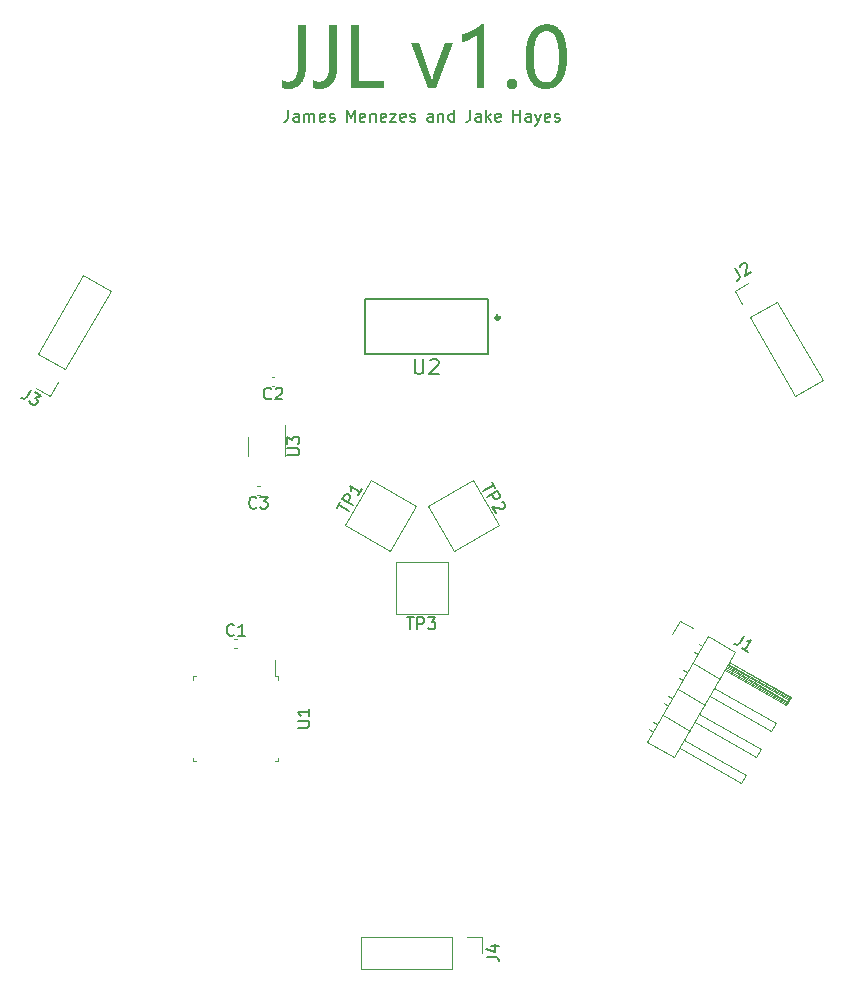
<source format=gbr>
G04 #@! TF.GenerationSoftware,KiCad,Pcbnew,(7.0.0)*
G04 #@! TF.CreationDate,2023-03-16T17:16:22-05:00*
G04 #@! TF.ProjectId,JJL_PCB,4a4a4c5f-5043-4422-9e6b-696361645f70,rev?*
G04 #@! TF.SameCoordinates,Original*
G04 #@! TF.FileFunction,Legend,Top*
G04 #@! TF.FilePolarity,Positive*
%FSLAX46Y46*%
G04 Gerber Fmt 4.6, Leading zero omitted, Abs format (unit mm)*
G04 Created by KiCad (PCBNEW (7.0.0)) date 2023-03-16 17:16:22*
%MOMM*%
%LPD*%
G01*
G04 APERTURE LIST*
%ADD10C,0.150000*%
%ADD11C,0.120000*%
%ADD12C,0.127000*%
%ADD13C,0.300000*%
G04 APERTURE END LIST*
D10*
G36*
X194603230Y-124064375D02*
G01*
X194602831Y-124124094D01*
X194601632Y-124182962D01*
X194599635Y-124240978D01*
X194596838Y-124298142D01*
X194593243Y-124354455D01*
X194588848Y-124409917D01*
X194583654Y-124464527D01*
X194577661Y-124518285D01*
X194570869Y-124571192D01*
X194563279Y-124623247D01*
X194554889Y-124674451D01*
X194545700Y-124724804D01*
X194535712Y-124774305D01*
X194524925Y-124822954D01*
X194513339Y-124870752D01*
X194487770Y-124963793D01*
X194459004Y-125053428D01*
X194427043Y-125139658D01*
X194391885Y-125222481D01*
X194353532Y-125301898D01*
X194311982Y-125377909D01*
X194267236Y-125450514D01*
X194219293Y-125519713D01*
X194194124Y-125553035D01*
X194141979Y-125616624D01*
X194087516Y-125676111D01*
X194030734Y-125731495D01*
X193971634Y-125782776D01*
X193910215Y-125829955D01*
X193846478Y-125873031D01*
X193780423Y-125912005D01*
X193712049Y-125946877D01*
X193641357Y-125977646D01*
X193568347Y-126004312D01*
X193493018Y-126026876D01*
X193415371Y-126045337D01*
X193335405Y-126059696D01*
X193253121Y-126069952D01*
X193168518Y-126076106D01*
X193081598Y-126078157D01*
X193021459Y-126077309D01*
X192963316Y-126074765D01*
X192907170Y-126070526D01*
X192853021Y-126064590D01*
X192800867Y-126056959D01*
X192750711Y-126047632D01*
X192702550Y-126036608D01*
X192641442Y-126019273D01*
X192583882Y-125998923D01*
X192543042Y-125981681D01*
X192543042Y-125296580D01*
X192583861Y-125326916D01*
X192626633Y-125354268D01*
X192671359Y-125378636D01*
X192718038Y-125400021D01*
X192766671Y-125418421D01*
X192817257Y-125433838D01*
X192869797Y-125446271D01*
X192924290Y-125455720D01*
X192980736Y-125462185D01*
X193039136Y-125465666D01*
X193079155Y-125466329D01*
X193130697Y-125464959D01*
X193180602Y-125460848D01*
X193275503Y-125444404D01*
X193363860Y-125416999D01*
X193445672Y-125378630D01*
X193520939Y-125329300D01*
X193589661Y-125269007D01*
X193651838Y-125197752D01*
X193680472Y-125158014D01*
X193707470Y-125115535D01*
X193732832Y-125070316D01*
X193756557Y-125022355D01*
X193778646Y-124971655D01*
X193799099Y-124918214D01*
X193817916Y-124862032D01*
X193835096Y-124803109D01*
X193850641Y-124741446D01*
X193864549Y-124677043D01*
X193876820Y-124609899D01*
X193887456Y-124540014D01*
X193896455Y-124467389D01*
X193903818Y-124392023D01*
X193909545Y-124313916D01*
X193913636Y-124233069D01*
X193916090Y-124149482D01*
X193916908Y-124063154D01*
X193916908Y-120685275D01*
X194603230Y-120685275D01*
X194603230Y-124064375D01*
G37*
G36*
X197250823Y-124064375D02*
G01*
X197250423Y-124124094D01*
X197249225Y-124182962D01*
X197247227Y-124240978D01*
X197244431Y-124298142D01*
X197240835Y-124354455D01*
X197236440Y-124409917D01*
X197231247Y-124464527D01*
X197225254Y-124518285D01*
X197218462Y-124571192D01*
X197210871Y-124623247D01*
X197202481Y-124674451D01*
X197193292Y-124724804D01*
X197183304Y-124774305D01*
X197172517Y-124822954D01*
X197160931Y-124870752D01*
X197135362Y-124963793D01*
X197106597Y-125053428D01*
X197074635Y-125139658D01*
X197039478Y-125222481D01*
X197001124Y-125301898D01*
X196959574Y-125377909D01*
X196914828Y-125450514D01*
X196866886Y-125519713D01*
X196841716Y-125553035D01*
X196789571Y-125616624D01*
X196735108Y-125676111D01*
X196678326Y-125731495D01*
X196619226Y-125782776D01*
X196557808Y-125829955D01*
X196494071Y-125873031D01*
X196428016Y-125912005D01*
X196359642Y-125946877D01*
X196288950Y-125977646D01*
X196215939Y-126004312D01*
X196140610Y-126026876D01*
X196062963Y-126045337D01*
X195982997Y-126059696D01*
X195900713Y-126069952D01*
X195816111Y-126076106D01*
X195729190Y-126078157D01*
X195669051Y-126077309D01*
X195610909Y-126074765D01*
X195554763Y-126070526D01*
X195500613Y-126064590D01*
X195448460Y-126056959D01*
X195398303Y-126047632D01*
X195350143Y-126036608D01*
X195289034Y-126019273D01*
X195231475Y-125998923D01*
X195190635Y-125981681D01*
X195190635Y-125296580D01*
X195231453Y-125326916D01*
X195274226Y-125354268D01*
X195318951Y-125378636D01*
X195365631Y-125400021D01*
X195414263Y-125418421D01*
X195464850Y-125433838D01*
X195517389Y-125446271D01*
X195571882Y-125455720D01*
X195628329Y-125462185D01*
X195686729Y-125465666D01*
X195726748Y-125466329D01*
X195778289Y-125464959D01*
X195828194Y-125460848D01*
X195923096Y-125444404D01*
X196011453Y-125416999D01*
X196093265Y-125378630D01*
X196168531Y-125329300D01*
X196237253Y-125269007D01*
X196299430Y-125197752D01*
X196328064Y-125158014D01*
X196355062Y-125115535D01*
X196380424Y-125070316D01*
X196404149Y-125022355D01*
X196426239Y-124971655D01*
X196446692Y-124918214D01*
X196465508Y-124862032D01*
X196482689Y-124803109D01*
X196498233Y-124741446D01*
X196512141Y-124677043D01*
X196524413Y-124609899D01*
X196535048Y-124540014D01*
X196544048Y-124467389D01*
X196551411Y-124392023D01*
X196557137Y-124313916D01*
X196561228Y-124233069D01*
X196563682Y-124149482D01*
X196564501Y-124063154D01*
X196564501Y-120685275D01*
X197250823Y-120685275D01*
X197250823Y-124064375D01*
G37*
G36*
X201247857Y-126000000D02*
G01*
X198442728Y-126000000D01*
X198442728Y-120685275D01*
X199129050Y-120685275D01*
X199129050Y-125391835D01*
X201247857Y-125391835D01*
X201247857Y-126000000D01*
G37*
G36*
X207077934Y-122170272D02*
G01*
X205573398Y-126000000D01*
X204893182Y-126000000D01*
X203464361Y-122170272D01*
X204199532Y-122170272D01*
X205126434Y-124909455D01*
X205146913Y-124970116D01*
X205165760Y-125028910D01*
X205182977Y-125085836D01*
X205198562Y-125140894D01*
X205212515Y-125194085D01*
X205224837Y-125245408D01*
X205235527Y-125294864D01*
X205247243Y-125357900D01*
X205256059Y-125417615D01*
X205260767Y-125460223D01*
X205277864Y-125460223D01*
X205284737Y-125406113D01*
X205292533Y-125352775D01*
X205301252Y-125300210D01*
X205310894Y-125248418D01*
X205321459Y-125197399D01*
X205332948Y-125147153D01*
X205345359Y-125097680D01*
X205358693Y-125048979D01*
X205372951Y-125001051D01*
X205388131Y-124953896D01*
X205398764Y-124922889D01*
X206370851Y-122170272D01*
X207077934Y-122170272D01*
G37*
G36*
X209047752Y-126000000D02*
G01*
X209047752Y-121497383D01*
X209004953Y-121537645D01*
X208955322Y-121579051D01*
X208913616Y-121610858D01*
X208868067Y-121643308D01*
X208818676Y-121676403D01*
X208765442Y-121710141D01*
X208708366Y-121744523D01*
X208647447Y-121779550D01*
X208604700Y-121803259D01*
X208560245Y-121827254D01*
X208514082Y-121851535D01*
X208467285Y-121875506D01*
X208420926Y-121898571D01*
X208375007Y-121920729D01*
X208329526Y-121941981D01*
X208284484Y-121962327D01*
X208217744Y-121991146D01*
X208151992Y-122017925D01*
X208087227Y-122042666D01*
X208023449Y-122065366D01*
X207960660Y-122086028D01*
X207898857Y-122104650D01*
X207838042Y-122121233D01*
X207817990Y-122126308D01*
X207817990Y-121466852D01*
X207871036Y-121451654D01*
X207924541Y-121435368D01*
X207978503Y-121417994D01*
X208032923Y-121399533D01*
X208087802Y-121379984D01*
X208143138Y-121359347D01*
X208198932Y-121337623D01*
X208255184Y-121314811D01*
X208311895Y-121290912D01*
X208369063Y-121265924D01*
X208426689Y-121239850D01*
X208484773Y-121212687D01*
X208543315Y-121184437D01*
X208602315Y-121155099D01*
X208661772Y-121124674D01*
X208721688Y-121093161D01*
X208780960Y-121061066D01*
X208838486Y-121029200D01*
X208894266Y-120997563D01*
X208948300Y-120966154D01*
X209000588Y-120934975D01*
X209051130Y-120904025D01*
X209099926Y-120873304D01*
X209146976Y-120842812D01*
X209192280Y-120812549D01*
X209235839Y-120782514D01*
X209277651Y-120752709D01*
X209317717Y-120723133D01*
X209374543Y-120679198D01*
X209427440Y-120635778D01*
X209460523Y-120607117D01*
X209714535Y-120607117D01*
X209714535Y-126000000D01*
X209047752Y-126000000D01*
G37*
G36*
X211602533Y-125642184D02*
G01*
X211605633Y-125585607D01*
X211614936Y-125531893D01*
X211630439Y-125481041D01*
X211652144Y-125433051D01*
X211680051Y-125387923D01*
X211714159Y-125345658D01*
X211729539Y-125329553D01*
X211770749Y-125292964D01*
X211815000Y-125262577D01*
X211862292Y-125238391D01*
X211912626Y-125220407D01*
X211966000Y-125208624D01*
X212022416Y-125203043D01*
X212045833Y-125202547D01*
X212104169Y-125205707D01*
X212159344Y-125215188D01*
X212211359Y-125230990D01*
X212260214Y-125253113D01*
X212305908Y-125281556D01*
X212348442Y-125316320D01*
X212364570Y-125331995D01*
X212401159Y-125373378D01*
X212431546Y-125417385D01*
X212455732Y-125464015D01*
X212473716Y-125513269D01*
X212485499Y-125565147D01*
X212491080Y-125619649D01*
X212491577Y-125642184D01*
X212488476Y-125696709D01*
X212479174Y-125748849D01*
X212463670Y-125798604D01*
X212441965Y-125845974D01*
X212414058Y-125890958D01*
X212379950Y-125933558D01*
X212364570Y-125949930D01*
X212323211Y-125986870D01*
X212278513Y-126017550D01*
X212230475Y-126041968D01*
X212179098Y-126060125D01*
X212124382Y-126072021D01*
X212066327Y-126077656D01*
X212042170Y-126078157D01*
X211984568Y-126075027D01*
X211930066Y-126065635D01*
X211878665Y-126049982D01*
X211830365Y-126028068D01*
X211785166Y-125999893D01*
X211743068Y-125965457D01*
X211727096Y-125949930D01*
X211691211Y-125908284D01*
X211661409Y-125864254D01*
X211637688Y-125817838D01*
X211620049Y-125769037D01*
X211608493Y-125717851D01*
X211603019Y-125664280D01*
X211602533Y-125642184D01*
G37*
G36*
X215114926Y-120609767D02*
G01*
X215215609Y-120617717D01*
X215312992Y-120630967D01*
X215407073Y-120649516D01*
X215497853Y-120673366D01*
X215585332Y-120702515D01*
X215669510Y-120736964D01*
X215750387Y-120776714D01*
X215827963Y-120821763D01*
X215902237Y-120872111D01*
X215973211Y-120927760D01*
X216040883Y-120988709D01*
X216105254Y-121054957D01*
X216166325Y-121126506D01*
X216224094Y-121203354D01*
X216278562Y-121285502D01*
X216329729Y-121372950D01*
X216377595Y-121465698D01*
X216422160Y-121563746D01*
X216463423Y-121667093D01*
X216501386Y-121775741D01*
X216536047Y-121889688D01*
X216567408Y-122008935D01*
X216595467Y-122133483D01*
X216620225Y-122263330D01*
X216641682Y-122398477D01*
X216659838Y-122538923D01*
X216674693Y-122684670D01*
X216686247Y-122835717D01*
X216694500Y-122992063D01*
X216699452Y-123153709D01*
X216701102Y-123320655D01*
X216700637Y-123403770D01*
X216699242Y-123485653D01*
X216696916Y-123566306D01*
X216693660Y-123645727D01*
X216689474Y-123723919D01*
X216684358Y-123800879D01*
X216678312Y-123876608D01*
X216671335Y-123951107D01*
X216663428Y-124024375D01*
X216654591Y-124096413D01*
X216644824Y-124167219D01*
X216634126Y-124236795D01*
X216622498Y-124305140D01*
X216609940Y-124372254D01*
X216596452Y-124438138D01*
X216582034Y-124502791D01*
X216566685Y-124566213D01*
X216550406Y-124628404D01*
X216533197Y-124689365D01*
X216515058Y-124749094D01*
X216495988Y-124807594D01*
X216475988Y-124864862D01*
X216455058Y-124920899D01*
X216433198Y-124975706D01*
X216410408Y-125029282D01*
X216386687Y-125081627D01*
X216362036Y-125132742D01*
X216336455Y-125182626D01*
X216309944Y-125231279D01*
X216282502Y-125278701D01*
X216254131Y-125324892D01*
X216224829Y-125369853D01*
X216194763Y-125413430D01*
X216163949Y-125455624D01*
X216132386Y-125496435D01*
X216100074Y-125535862D01*
X216067013Y-125573905D01*
X216033203Y-125610566D01*
X215998644Y-125645843D01*
X215963336Y-125679736D01*
X215890473Y-125743373D01*
X215814615Y-125801476D01*
X215735761Y-125854045D01*
X215653911Y-125901081D01*
X215569065Y-125942583D01*
X215481224Y-125978552D01*
X215390386Y-126008987D01*
X215296553Y-126033888D01*
X215248513Y-126044264D01*
X215199724Y-126053256D01*
X215150186Y-126060865D01*
X215099899Y-126067090D01*
X215048864Y-126071932D01*
X214997079Y-126075390D01*
X214944545Y-126077466D01*
X214891263Y-126078157D01*
X214840940Y-126077500D01*
X214791333Y-126075529D01*
X214742441Y-126072243D01*
X214646805Y-126061729D01*
X214554031Y-126045958D01*
X214464119Y-126024931D01*
X214377069Y-125998646D01*
X214292882Y-125967104D01*
X214211557Y-125930306D01*
X214133094Y-125888250D01*
X214057493Y-125840938D01*
X213984754Y-125788368D01*
X213914878Y-125730542D01*
X213847864Y-125667458D01*
X213783712Y-125599118D01*
X213722422Y-125525521D01*
X213663995Y-125446667D01*
X213635854Y-125405268D01*
X213608506Y-125362540D01*
X213582026Y-125318619D01*
X213556413Y-125273506D01*
X213531670Y-125227200D01*
X213507794Y-125179701D01*
X213484786Y-125131010D01*
X213462647Y-125081126D01*
X213441376Y-125030050D01*
X213420973Y-124977781D01*
X213401438Y-124924320D01*
X213382772Y-124869666D01*
X213364974Y-124813819D01*
X213348044Y-124756780D01*
X213331982Y-124698548D01*
X213316788Y-124639123D01*
X213302463Y-124578506D01*
X213289006Y-124516696D01*
X213276417Y-124453694D01*
X213264696Y-124389499D01*
X213253843Y-124324112D01*
X213243859Y-124257532D01*
X213234743Y-124189759D01*
X213226495Y-124120794D01*
X213219115Y-124050636D01*
X213212603Y-123979286D01*
X213206960Y-123906743D01*
X213202185Y-123833007D01*
X213198278Y-123758079D01*
X213195239Y-123681958D01*
X213193069Y-123604645D01*
X213191766Y-123526139D01*
X213191332Y-123446441D01*
X213191492Y-123415910D01*
X213877655Y-123415910D01*
X213878705Y-123545440D01*
X213881857Y-123670858D01*
X213887111Y-123792163D01*
X213894466Y-123909357D01*
X213903922Y-124022439D01*
X213915479Y-124131408D01*
X213929138Y-124236266D01*
X213944898Y-124337011D01*
X213962759Y-124433644D01*
X213982722Y-124526166D01*
X214004786Y-124614575D01*
X214028952Y-124698872D01*
X214055219Y-124779057D01*
X214083587Y-124855130D01*
X214114056Y-124927091D01*
X214146627Y-124994940D01*
X214181299Y-125058677D01*
X214218073Y-125118302D01*
X214256948Y-125173815D01*
X214297924Y-125225215D01*
X214341002Y-125272504D01*
X214386181Y-125315681D01*
X214433461Y-125354745D01*
X214482843Y-125389698D01*
X214534326Y-125420538D01*
X214587910Y-125447266D01*
X214643596Y-125469883D01*
X214701383Y-125488387D01*
X214761271Y-125502779D01*
X214823261Y-125513059D01*
X214887352Y-125519227D01*
X214953545Y-125521284D01*
X215018610Y-125519194D01*
X215081610Y-125512926D01*
X215142544Y-125502479D01*
X215201413Y-125487853D01*
X215258216Y-125469048D01*
X215312954Y-125446064D01*
X215365626Y-125418902D01*
X215416232Y-125387561D01*
X215464773Y-125352040D01*
X215511248Y-125312341D01*
X215555658Y-125268464D01*
X215598002Y-125220407D01*
X215638281Y-125168171D01*
X215676494Y-125111757D01*
X215712641Y-125051164D01*
X215746723Y-124986392D01*
X215778739Y-124917441D01*
X215808690Y-124844311D01*
X215836575Y-124767002D01*
X215862395Y-124685515D01*
X215886149Y-124599849D01*
X215907838Y-124510004D01*
X215927460Y-124415980D01*
X215945018Y-124317777D01*
X215960510Y-124215395D01*
X215973936Y-124108835D01*
X215985296Y-123998095D01*
X215994591Y-123883177D01*
X216001821Y-123764080D01*
X216006985Y-123640804D01*
X216010083Y-123513350D01*
X216011116Y-123381716D01*
X216010102Y-123245424D01*
X216007061Y-123113459D01*
X216001993Y-122985821D01*
X215994897Y-122862509D01*
X215985773Y-122743524D01*
X215974623Y-122628866D01*
X215961445Y-122518535D01*
X215946239Y-122412530D01*
X215929006Y-122310852D01*
X215909746Y-122213501D01*
X215888458Y-122120476D01*
X215865143Y-122031778D01*
X215839800Y-121947407D01*
X215812430Y-121867363D01*
X215783033Y-121791645D01*
X215751608Y-121720254D01*
X215718156Y-121653190D01*
X215682676Y-121590452D01*
X215645169Y-121532042D01*
X215605635Y-121477958D01*
X215564073Y-121428200D01*
X215520484Y-121382770D01*
X215474867Y-121341666D01*
X215427223Y-121304889D01*
X215377552Y-121272438D01*
X215325853Y-121244315D01*
X215272126Y-121220518D01*
X215216373Y-121201047D01*
X215158592Y-121185904D01*
X215098783Y-121175087D01*
X215036947Y-121168597D01*
X214973084Y-121166434D01*
X214905689Y-121168630D01*
X214840434Y-121175221D01*
X214777319Y-121186204D01*
X214716343Y-121201582D01*
X214657506Y-121221352D01*
X214600809Y-121245517D01*
X214546252Y-121274075D01*
X214493834Y-121307026D01*
X214443555Y-121344371D01*
X214395416Y-121386109D01*
X214349417Y-121432241D01*
X214305557Y-121482766D01*
X214263836Y-121537685D01*
X214224255Y-121596997D01*
X214186814Y-121660703D01*
X214151512Y-121728803D01*
X214118350Y-121801296D01*
X214087327Y-121878182D01*
X214058443Y-121959462D01*
X214031699Y-122045135D01*
X214007095Y-122135202D01*
X213984630Y-122229663D01*
X213964305Y-122328517D01*
X213946119Y-122431764D01*
X213930073Y-122539405D01*
X213916166Y-122651440D01*
X213904399Y-122767868D01*
X213894771Y-122888689D01*
X213887283Y-123013904D01*
X213881934Y-123143513D01*
X213878725Y-123277515D01*
X213877655Y-123415910D01*
X213191492Y-123415910D01*
X213191788Y-123359560D01*
X213193155Y-123274011D01*
X213195432Y-123189792D01*
X213198621Y-123106905D01*
X213202722Y-123025348D01*
X213207733Y-122945123D01*
X213213655Y-122866228D01*
X213220489Y-122788664D01*
X213228234Y-122712431D01*
X213236889Y-122637529D01*
X213246456Y-122563958D01*
X213256934Y-122491718D01*
X213268324Y-122420809D01*
X213280624Y-122351231D01*
X213293836Y-122282984D01*
X213307958Y-122216067D01*
X213322992Y-122150482D01*
X213338937Y-122086227D01*
X213355793Y-122023304D01*
X213373560Y-121961711D01*
X213392239Y-121901449D01*
X213411828Y-121842519D01*
X213432329Y-121784919D01*
X213453741Y-121728650D01*
X213476064Y-121673712D01*
X213499298Y-121620105D01*
X213523443Y-121567829D01*
X213548499Y-121516884D01*
X213574467Y-121467270D01*
X213601346Y-121418986D01*
X213629135Y-121372034D01*
X213657836Y-121326413D01*
X213687477Y-121282159D01*
X213717933Y-121239310D01*
X213749205Y-121197867D01*
X213781293Y-121157828D01*
X213814197Y-121119194D01*
X213847916Y-121081965D01*
X213882451Y-121046140D01*
X213917802Y-121011721D01*
X213953969Y-120978706D01*
X214028749Y-120916892D01*
X214106792Y-120860697D01*
X214188098Y-120810122D01*
X214272667Y-120765166D01*
X214360500Y-120725829D01*
X214451594Y-120692112D01*
X214498366Y-120677361D01*
X214545952Y-120664015D01*
X214594355Y-120652073D01*
X214643573Y-120641537D01*
X214693607Y-120632405D01*
X214744457Y-120624678D01*
X214796122Y-120618356D01*
X214848604Y-120613439D01*
X214901901Y-120609927D01*
X214956013Y-120607820D01*
X215010942Y-120607117D01*
X215114926Y-120609767D01*
G37*
X193083809Y-127842380D02*
X193083809Y-128556666D01*
X193083809Y-128556666D02*
X193036190Y-128699523D01*
X193036190Y-128699523D02*
X192940952Y-128794761D01*
X192940952Y-128794761D02*
X192798095Y-128842380D01*
X192798095Y-128842380D02*
X192702857Y-128842380D01*
X193988571Y-128842380D02*
X193988571Y-128318571D01*
X193988571Y-128318571D02*
X193940952Y-128223333D01*
X193940952Y-128223333D02*
X193845714Y-128175714D01*
X193845714Y-128175714D02*
X193655238Y-128175714D01*
X193655238Y-128175714D02*
X193560000Y-128223333D01*
X193988571Y-128794761D02*
X193893333Y-128842380D01*
X193893333Y-128842380D02*
X193655238Y-128842380D01*
X193655238Y-128842380D02*
X193560000Y-128794761D01*
X193560000Y-128794761D02*
X193512381Y-128699523D01*
X193512381Y-128699523D02*
X193512381Y-128604285D01*
X193512381Y-128604285D02*
X193560000Y-128509047D01*
X193560000Y-128509047D02*
X193655238Y-128461428D01*
X193655238Y-128461428D02*
X193893333Y-128461428D01*
X193893333Y-128461428D02*
X193988571Y-128413809D01*
X194464762Y-128842380D02*
X194464762Y-128175714D01*
X194464762Y-128270952D02*
X194512381Y-128223333D01*
X194512381Y-128223333D02*
X194607619Y-128175714D01*
X194607619Y-128175714D02*
X194750476Y-128175714D01*
X194750476Y-128175714D02*
X194845714Y-128223333D01*
X194845714Y-128223333D02*
X194893333Y-128318571D01*
X194893333Y-128318571D02*
X194893333Y-128842380D01*
X194893333Y-128318571D02*
X194940952Y-128223333D01*
X194940952Y-128223333D02*
X195036190Y-128175714D01*
X195036190Y-128175714D02*
X195179047Y-128175714D01*
X195179047Y-128175714D02*
X195274286Y-128223333D01*
X195274286Y-128223333D02*
X195321905Y-128318571D01*
X195321905Y-128318571D02*
X195321905Y-128842380D01*
X196179047Y-128794761D02*
X196083809Y-128842380D01*
X196083809Y-128842380D02*
X195893333Y-128842380D01*
X195893333Y-128842380D02*
X195798095Y-128794761D01*
X195798095Y-128794761D02*
X195750476Y-128699523D01*
X195750476Y-128699523D02*
X195750476Y-128318571D01*
X195750476Y-128318571D02*
X195798095Y-128223333D01*
X195798095Y-128223333D02*
X195893333Y-128175714D01*
X195893333Y-128175714D02*
X196083809Y-128175714D01*
X196083809Y-128175714D02*
X196179047Y-128223333D01*
X196179047Y-128223333D02*
X196226666Y-128318571D01*
X196226666Y-128318571D02*
X196226666Y-128413809D01*
X196226666Y-128413809D02*
X195750476Y-128509047D01*
X196607619Y-128794761D02*
X196702857Y-128842380D01*
X196702857Y-128842380D02*
X196893333Y-128842380D01*
X196893333Y-128842380D02*
X196988571Y-128794761D01*
X196988571Y-128794761D02*
X197036190Y-128699523D01*
X197036190Y-128699523D02*
X197036190Y-128651904D01*
X197036190Y-128651904D02*
X196988571Y-128556666D01*
X196988571Y-128556666D02*
X196893333Y-128509047D01*
X196893333Y-128509047D02*
X196750476Y-128509047D01*
X196750476Y-128509047D02*
X196655238Y-128461428D01*
X196655238Y-128461428D02*
X196607619Y-128366190D01*
X196607619Y-128366190D02*
X196607619Y-128318571D01*
X196607619Y-128318571D02*
X196655238Y-128223333D01*
X196655238Y-128223333D02*
X196750476Y-128175714D01*
X196750476Y-128175714D02*
X196893333Y-128175714D01*
X196893333Y-128175714D02*
X196988571Y-128223333D01*
X198064762Y-128842380D02*
X198064762Y-127842380D01*
X198064762Y-127842380D02*
X198398095Y-128556666D01*
X198398095Y-128556666D02*
X198731428Y-127842380D01*
X198731428Y-127842380D02*
X198731428Y-128842380D01*
X199588571Y-128794761D02*
X199493333Y-128842380D01*
X199493333Y-128842380D02*
X199302857Y-128842380D01*
X199302857Y-128842380D02*
X199207619Y-128794761D01*
X199207619Y-128794761D02*
X199160000Y-128699523D01*
X199160000Y-128699523D02*
X199160000Y-128318571D01*
X199160000Y-128318571D02*
X199207619Y-128223333D01*
X199207619Y-128223333D02*
X199302857Y-128175714D01*
X199302857Y-128175714D02*
X199493333Y-128175714D01*
X199493333Y-128175714D02*
X199588571Y-128223333D01*
X199588571Y-128223333D02*
X199636190Y-128318571D01*
X199636190Y-128318571D02*
X199636190Y-128413809D01*
X199636190Y-128413809D02*
X199160000Y-128509047D01*
X200064762Y-128175714D02*
X200064762Y-128842380D01*
X200064762Y-128270952D02*
X200112381Y-128223333D01*
X200112381Y-128223333D02*
X200207619Y-128175714D01*
X200207619Y-128175714D02*
X200350476Y-128175714D01*
X200350476Y-128175714D02*
X200445714Y-128223333D01*
X200445714Y-128223333D02*
X200493333Y-128318571D01*
X200493333Y-128318571D02*
X200493333Y-128842380D01*
X201350476Y-128794761D02*
X201255238Y-128842380D01*
X201255238Y-128842380D02*
X201064762Y-128842380D01*
X201064762Y-128842380D02*
X200969524Y-128794761D01*
X200969524Y-128794761D02*
X200921905Y-128699523D01*
X200921905Y-128699523D02*
X200921905Y-128318571D01*
X200921905Y-128318571D02*
X200969524Y-128223333D01*
X200969524Y-128223333D02*
X201064762Y-128175714D01*
X201064762Y-128175714D02*
X201255238Y-128175714D01*
X201255238Y-128175714D02*
X201350476Y-128223333D01*
X201350476Y-128223333D02*
X201398095Y-128318571D01*
X201398095Y-128318571D02*
X201398095Y-128413809D01*
X201398095Y-128413809D02*
X200921905Y-128509047D01*
X201731429Y-128175714D02*
X202255238Y-128175714D01*
X202255238Y-128175714D02*
X201731429Y-128842380D01*
X201731429Y-128842380D02*
X202255238Y-128842380D01*
X203017143Y-128794761D02*
X202921905Y-128842380D01*
X202921905Y-128842380D02*
X202731429Y-128842380D01*
X202731429Y-128842380D02*
X202636191Y-128794761D01*
X202636191Y-128794761D02*
X202588572Y-128699523D01*
X202588572Y-128699523D02*
X202588572Y-128318571D01*
X202588572Y-128318571D02*
X202636191Y-128223333D01*
X202636191Y-128223333D02*
X202731429Y-128175714D01*
X202731429Y-128175714D02*
X202921905Y-128175714D01*
X202921905Y-128175714D02*
X203017143Y-128223333D01*
X203017143Y-128223333D02*
X203064762Y-128318571D01*
X203064762Y-128318571D02*
X203064762Y-128413809D01*
X203064762Y-128413809D02*
X202588572Y-128509047D01*
X203445715Y-128794761D02*
X203540953Y-128842380D01*
X203540953Y-128842380D02*
X203731429Y-128842380D01*
X203731429Y-128842380D02*
X203826667Y-128794761D01*
X203826667Y-128794761D02*
X203874286Y-128699523D01*
X203874286Y-128699523D02*
X203874286Y-128651904D01*
X203874286Y-128651904D02*
X203826667Y-128556666D01*
X203826667Y-128556666D02*
X203731429Y-128509047D01*
X203731429Y-128509047D02*
X203588572Y-128509047D01*
X203588572Y-128509047D02*
X203493334Y-128461428D01*
X203493334Y-128461428D02*
X203445715Y-128366190D01*
X203445715Y-128366190D02*
X203445715Y-128318571D01*
X203445715Y-128318571D02*
X203493334Y-128223333D01*
X203493334Y-128223333D02*
X203588572Y-128175714D01*
X203588572Y-128175714D02*
X203731429Y-128175714D01*
X203731429Y-128175714D02*
X203826667Y-128223333D01*
X205331429Y-128842380D02*
X205331429Y-128318571D01*
X205331429Y-128318571D02*
X205283810Y-128223333D01*
X205283810Y-128223333D02*
X205188572Y-128175714D01*
X205188572Y-128175714D02*
X204998096Y-128175714D01*
X204998096Y-128175714D02*
X204902858Y-128223333D01*
X205331429Y-128794761D02*
X205236191Y-128842380D01*
X205236191Y-128842380D02*
X204998096Y-128842380D01*
X204998096Y-128842380D02*
X204902858Y-128794761D01*
X204902858Y-128794761D02*
X204855239Y-128699523D01*
X204855239Y-128699523D02*
X204855239Y-128604285D01*
X204855239Y-128604285D02*
X204902858Y-128509047D01*
X204902858Y-128509047D02*
X204998096Y-128461428D01*
X204998096Y-128461428D02*
X205236191Y-128461428D01*
X205236191Y-128461428D02*
X205331429Y-128413809D01*
X205807620Y-128175714D02*
X205807620Y-128842380D01*
X205807620Y-128270952D02*
X205855239Y-128223333D01*
X205855239Y-128223333D02*
X205950477Y-128175714D01*
X205950477Y-128175714D02*
X206093334Y-128175714D01*
X206093334Y-128175714D02*
X206188572Y-128223333D01*
X206188572Y-128223333D02*
X206236191Y-128318571D01*
X206236191Y-128318571D02*
X206236191Y-128842380D01*
X207140953Y-128842380D02*
X207140953Y-127842380D01*
X207140953Y-128794761D02*
X207045715Y-128842380D01*
X207045715Y-128842380D02*
X206855239Y-128842380D01*
X206855239Y-128842380D02*
X206760001Y-128794761D01*
X206760001Y-128794761D02*
X206712382Y-128747142D01*
X206712382Y-128747142D02*
X206664763Y-128651904D01*
X206664763Y-128651904D02*
X206664763Y-128366190D01*
X206664763Y-128366190D02*
X206712382Y-128270952D01*
X206712382Y-128270952D02*
X206760001Y-128223333D01*
X206760001Y-128223333D02*
X206855239Y-128175714D01*
X206855239Y-128175714D02*
X207045715Y-128175714D01*
X207045715Y-128175714D02*
X207140953Y-128223333D01*
X208502858Y-127842380D02*
X208502858Y-128556666D01*
X208502858Y-128556666D02*
X208455239Y-128699523D01*
X208455239Y-128699523D02*
X208360001Y-128794761D01*
X208360001Y-128794761D02*
X208217144Y-128842380D01*
X208217144Y-128842380D02*
X208121906Y-128842380D01*
X209407620Y-128842380D02*
X209407620Y-128318571D01*
X209407620Y-128318571D02*
X209360001Y-128223333D01*
X209360001Y-128223333D02*
X209264763Y-128175714D01*
X209264763Y-128175714D02*
X209074287Y-128175714D01*
X209074287Y-128175714D02*
X208979049Y-128223333D01*
X209407620Y-128794761D02*
X209312382Y-128842380D01*
X209312382Y-128842380D02*
X209074287Y-128842380D01*
X209074287Y-128842380D02*
X208979049Y-128794761D01*
X208979049Y-128794761D02*
X208931430Y-128699523D01*
X208931430Y-128699523D02*
X208931430Y-128604285D01*
X208931430Y-128604285D02*
X208979049Y-128509047D01*
X208979049Y-128509047D02*
X209074287Y-128461428D01*
X209074287Y-128461428D02*
X209312382Y-128461428D01*
X209312382Y-128461428D02*
X209407620Y-128413809D01*
X209883811Y-128842380D02*
X209883811Y-127842380D01*
X209979049Y-128461428D02*
X210264763Y-128842380D01*
X210264763Y-128175714D02*
X209883811Y-128556666D01*
X211074287Y-128794761D02*
X210979049Y-128842380D01*
X210979049Y-128842380D02*
X210788573Y-128842380D01*
X210788573Y-128842380D02*
X210693335Y-128794761D01*
X210693335Y-128794761D02*
X210645716Y-128699523D01*
X210645716Y-128699523D02*
X210645716Y-128318571D01*
X210645716Y-128318571D02*
X210693335Y-128223333D01*
X210693335Y-128223333D02*
X210788573Y-128175714D01*
X210788573Y-128175714D02*
X210979049Y-128175714D01*
X210979049Y-128175714D02*
X211074287Y-128223333D01*
X211074287Y-128223333D02*
X211121906Y-128318571D01*
X211121906Y-128318571D02*
X211121906Y-128413809D01*
X211121906Y-128413809D02*
X210645716Y-128509047D01*
X212150478Y-128842380D02*
X212150478Y-127842380D01*
X212150478Y-128318571D02*
X212721906Y-128318571D01*
X212721906Y-128842380D02*
X212721906Y-127842380D01*
X213626668Y-128842380D02*
X213626668Y-128318571D01*
X213626668Y-128318571D02*
X213579049Y-128223333D01*
X213579049Y-128223333D02*
X213483811Y-128175714D01*
X213483811Y-128175714D02*
X213293335Y-128175714D01*
X213293335Y-128175714D02*
X213198097Y-128223333D01*
X213626668Y-128794761D02*
X213531430Y-128842380D01*
X213531430Y-128842380D02*
X213293335Y-128842380D01*
X213293335Y-128842380D02*
X213198097Y-128794761D01*
X213198097Y-128794761D02*
X213150478Y-128699523D01*
X213150478Y-128699523D02*
X213150478Y-128604285D01*
X213150478Y-128604285D02*
X213198097Y-128509047D01*
X213198097Y-128509047D02*
X213293335Y-128461428D01*
X213293335Y-128461428D02*
X213531430Y-128461428D01*
X213531430Y-128461428D02*
X213626668Y-128413809D01*
X214007621Y-128175714D02*
X214245716Y-128842380D01*
X214483811Y-128175714D02*
X214245716Y-128842380D01*
X214245716Y-128842380D02*
X214150478Y-129080476D01*
X214150478Y-129080476D02*
X214102859Y-129128095D01*
X214102859Y-129128095D02*
X214007621Y-129175714D01*
X215245716Y-128794761D02*
X215150478Y-128842380D01*
X215150478Y-128842380D02*
X214960002Y-128842380D01*
X214960002Y-128842380D02*
X214864764Y-128794761D01*
X214864764Y-128794761D02*
X214817145Y-128699523D01*
X214817145Y-128699523D02*
X214817145Y-128318571D01*
X214817145Y-128318571D02*
X214864764Y-128223333D01*
X214864764Y-128223333D02*
X214960002Y-128175714D01*
X214960002Y-128175714D02*
X215150478Y-128175714D01*
X215150478Y-128175714D02*
X215245716Y-128223333D01*
X215245716Y-128223333D02*
X215293335Y-128318571D01*
X215293335Y-128318571D02*
X215293335Y-128413809D01*
X215293335Y-128413809D02*
X214817145Y-128509047D01*
X215674288Y-128794761D02*
X215769526Y-128842380D01*
X215769526Y-128842380D02*
X215960002Y-128842380D01*
X215960002Y-128842380D02*
X216055240Y-128794761D01*
X216055240Y-128794761D02*
X216102859Y-128699523D01*
X216102859Y-128699523D02*
X216102859Y-128651904D01*
X216102859Y-128651904D02*
X216055240Y-128556666D01*
X216055240Y-128556666D02*
X215960002Y-128509047D01*
X215960002Y-128509047D02*
X215817145Y-128509047D01*
X215817145Y-128509047D02*
X215721907Y-128461428D01*
X215721907Y-128461428D02*
X215674288Y-128366190D01*
X215674288Y-128366190D02*
X215674288Y-128318571D01*
X215674288Y-128318571D02*
X215721907Y-128223333D01*
X215721907Y-128223333D02*
X215817145Y-128175714D01*
X215817145Y-128175714D02*
X215960002Y-128175714D01*
X215960002Y-128175714D02*
X216055240Y-128223333D01*
X230940015Y-141250067D02*
X231297158Y-141868657D01*
X231297158Y-141868657D02*
X231327347Y-142016184D01*
X231327347Y-142016184D02*
X231292487Y-142146282D01*
X231292487Y-142146282D02*
X231192579Y-142258950D01*
X231192579Y-142258950D02*
X231110100Y-142306569D01*
X231358788Y-141118260D02*
X231376217Y-141053211D01*
X231376217Y-141053211D02*
X231434887Y-140964353D01*
X231434887Y-140964353D02*
X231641083Y-140845305D01*
X231641083Y-140845305D02*
X231747371Y-140838925D01*
X231747371Y-140838925D02*
X231812420Y-140856355D01*
X231812420Y-140856355D02*
X231901278Y-140915024D01*
X231901278Y-140915024D02*
X231948897Y-140997503D01*
X231948897Y-140997503D02*
X231979087Y-141145030D01*
X231979087Y-141145030D02*
X231769929Y-141925616D01*
X231769929Y-141925616D02*
X232306040Y-141616092D01*
X171302634Y-151564205D02*
X170945491Y-152182794D01*
X170945491Y-152182794D02*
X170832823Y-152282703D01*
X170832823Y-152282703D02*
X170702725Y-152317562D01*
X170702725Y-152317562D02*
X170555198Y-152287373D01*
X170555198Y-152287373D02*
X170472719Y-152239754D01*
X171632548Y-151754681D02*
X172168659Y-152064205D01*
X172168659Y-152064205D02*
X171689508Y-152227452D01*
X171689508Y-152227452D02*
X171813226Y-152298881D01*
X171813226Y-152298881D02*
X171871895Y-152387739D01*
X171871895Y-152387739D02*
X171889325Y-152452788D01*
X171889325Y-152452788D02*
X171882945Y-152559076D01*
X171882945Y-152559076D02*
X171763897Y-152765273D01*
X171763897Y-152765273D02*
X171675039Y-152823942D01*
X171675039Y-152823942D02*
X171609990Y-152841372D01*
X171609990Y-152841372D02*
X171503702Y-152834992D01*
X171503702Y-152834992D02*
X171256266Y-152692135D01*
X171256266Y-152692135D02*
X171197597Y-152603277D01*
X171197597Y-152603277D02*
X171180167Y-152538228D01*
X209907380Y-199563333D02*
X210621666Y-199563333D01*
X210621666Y-199563333D02*
X210764523Y-199610952D01*
X210764523Y-199610952D02*
X210859761Y-199706190D01*
X210859761Y-199706190D02*
X210907380Y-199849047D01*
X210907380Y-199849047D02*
X210907380Y-199944285D01*
X210240714Y-198658571D02*
X210907380Y-198658571D01*
X209859761Y-198896666D02*
X210574047Y-199134761D01*
X210574047Y-199134761D02*
X210574047Y-198515714D01*
X210346653Y-159371848D02*
X210632367Y-159866720D01*
X209623485Y-160119284D02*
X210489510Y-159619284D01*
X209933009Y-160655395D02*
X210799034Y-160155395D01*
X210799034Y-160155395D02*
X210989510Y-160485310D01*
X210989510Y-160485310D02*
X210995890Y-160591598D01*
X210995890Y-160591598D02*
X210978460Y-160656647D01*
X210978460Y-160656647D02*
X210919791Y-160745505D01*
X210919791Y-160745505D02*
X210796073Y-160816934D01*
X210796073Y-160816934D02*
X210689785Y-160823313D01*
X210689785Y-160823313D02*
X210624736Y-160805884D01*
X210624736Y-160805884D02*
X210535878Y-160747214D01*
X210535878Y-160747214D02*
X210345402Y-160417300D01*
X211192746Y-161027800D02*
X211257795Y-161045230D01*
X211257795Y-161045230D02*
X211346653Y-161103899D01*
X211346653Y-161103899D02*
X211465701Y-161310096D01*
X211465701Y-161310096D02*
X211472081Y-161416384D01*
X211472081Y-161416384D02*
X211454651Y-161481433D01*
X211454651Y-161481433D02*
X211395982Y-161570291D01*
X211395982Y-161570291D02*
X211313503Y-161617910D01*
X211313503Y-161617910D02*
X211165976Y-161648099D01*
X211165976Y-161648099D02*
X210385390Y-161438942D01*
X210385390Y-161438942D02*
X210694914Y-161975053D01*
X203138095Y-170817380D02*
X203709523Y-170817380D01*
X203423809Y-171817380D02*
X203423809Y-170817380D01*
X204042857Y-171817380D02*
X204042857Y-170817380D01*
X204042857Y-170817380D02*
X204423809Y-170817380D01*
X204423809Y-170817380D02*
X204519047Y-170865000D01*
X204519047Y-170865000D02*
X204566666Y-170912619D01*
X204566666Y-170912619D02*
X204614285Y-171007857D01*
X204614285Y-171007857D02*
X204614285Y-171150714D01*
X204614285Y-171150714D02*
X204566666Y-171245952D01*
X204566666Y-171245952D02*
X204519047Y-171293571D01*
X204519047Y-171293571D02*
X204423809Y-171341190D01*
X204423809Y-171341190D02*
X204042857Y-171341190D01*
X204947619Y-170817380D02*
X205566666Y-170817380D01*
X205566666Y-170817380D02*
X205233333Y-171198333D01*
X205233333Y-171198333D02*
X205376190Y-171198333D01*
X205376190Y-171198333D02*
X205471428Y-171245952D01*
X205471428Y-171245952D02*
X205519047Y-171293571D01*
X205519047Y-171293571D02*
X205566666Y-171388809D01*
X205566666Y-171388809D02*
X205566666Y-171626904D01*
X205566666Y-171626904D02*
X205519047Y-171722142D01*
X205519047Y-171722142D02*
X205471428Y-171769761D01*
X205471428Y-171769761D02*
X205376190Y-171817380D01*
X205376190Y-171817380D02*
X205090476Y-171817380D01*
X205090476Y-171817380D02*
X204995238Y-171769761D01*
X204995238Y-171769761D02*
X204947619Y-171722142D01*
X193037380Y-157081904D02*
X193846904Y-157081904D01*
X193846904Y-157081904D02*
X193942142Y-157034285D01*
X193942142Y-157034285D02*
X193989761Y-156986666D01*
X193989761Y-156986666D02*
X194037380Y-156891428D01*
X194037380Y-156891428D02*
X194037380Y-156700952D01*
X194037380Y-156700952D02*
X193989761Y-156605714D01*
X193989761Y-156605714D02*
X193942142Y-156558095D01*
X193942142Y-156558095D02*
X193846904Y-156510476D01*
X193846904Y-156510476D02*
X193037380Y-156510476D01*
X193037380Y-156129523D02*
X193037380Y-155510476D01*
X193037380Y-155510476D02*
X193418333Y-155843809D01*
X193418333Y-155843809D02*
X193418333Y-155700952D01*
X193418333Y-155700952D02*
X193465952Y-155605714D01*
X193465952Y-155605714D02*
X193513571Y-155558095D01*
X193513571Y-155558095D02*
X193608809Y-155510476D01*
X193608809Y-155510476D02*
X193846904Y-155510476D01*
X193846904Y-155510476D02*
X193942142Y-155558095D01*
X193942142Y-155558095D02*
X193989761Y-155605714D01*
X193989761Y-155605714D02*
X194037380Y-155700952D01*
X194037380Y-155700952D02*
X194037380Y-155986666D01*
X194037380Y-155986666D02*
X193989761Y-156081904D01*
X193989761Y-156081904D02*
X193942142Y-156129523D01*
X203798540Y-148926678D02*
X203798540Y-149980104D01*
X203798540Y-149980104D02*
X203860506Y-150104037D01*
X203860506Y-150104037D02*
X203922472Y-150166003D01*
X203922472Y-150166003D02*
X204046405Y-150227969D01*
X204046405Y-150227969D02*
X204294270Y-150227969D01*
X204294270Y-150227969D02*
X204418202Y-150166003D01*
X204418202Y-150166003D02*
X204480168Y-150104037D01*
X204480168Y-150104037D02*
X204542135Y-149980104D01*
X204542135Y-149980104D02*
X204542135Y-148926678D01*
X205099830Y-149050611D02*
X205161797Y-148988645D01*
X205161797Y-148988645D02*
X205285729Y-148926678D01*
X205285729Y-148926678D02*
X205595560Y-148926678D01*
X205595560Y-148926678D02*
X205719493Y-148988645D01*
X205719493Y-148988645D02*
X205781459Y-149050611D01*
X205781459Y-149050611D02*
X205843425Y-149174543D01*
X205843425Y-149174543D02*
X205843425Y-149298476D01*
X205843425Y-149298476D02*
X205781459Y-149484374D01*
X205781459Y-149484374D02*
X205037864Y-150227969D01*
X205037864Y-150227969D02*
X205843425Y-150227969D01*
X188493333Y-172292142D02*
X188445714Y-172339761D01*
X188445714Y-172339761D02*
X188302857Y-172387380D01*
X188302857Y-172387380D02*
X188207619Y-172387380D01*
X188207619Y-172387380D02*
X188064762Y-172339761D01*
X188064762Y-172339761D02*
X187969524Y-172244523D01*
X187969524Y-172244523D02*
X187921905Y-172149285D01*
X187921905Y-172149285D02*
X187874286Y-171958809D01*
X187874286Y-171958809D02*
X187874286Y-171815952D01*
X187874286Y-171815952D02*
X187921905Y-171625476D01*
X187921905Y-171625476D02*
X187969524Y-171530238D01*
X187969524Y-171530238D02*
X188064762Y-171435000D01*
X188064762Y-171435000D02*
X188207619Y-171387380D01*
X188207619Y-171387380D02*
X188302857Y-171387380D01*
X188302857Y-171387380D02*
X188445714Y-171435000D01*
X188445714Y-171435000D02*
X188493333Y-171482619D01*
X189445714Y-172387380D02*
X188874286Y-172387380D01*
X189160000Y-172387380D02*
X189160000Y-171387380D01*
X189160000Y-171387380D02*
X189064762Y-171530238D01*
X189064762Y-171530238D02*
X188969524Y-171625476D01*
X188969524Y-171625476D02*
X188874286Y-171673095D01*
X193887380Y-180151904D02*
X194696904Y-180151904D01*
X194696904Y-180151904D02*
X194792142Y-180104285D01*
X194792142Y-180104285D02*
X194839761Y-180056666D01*
X194839761Y-180056666D02*
X194887380Y-179961428D01*
X194887380Y-179961428D02*
X194887380Y-179770952D01*
X194887380Y-179770952D02*
X194839761Y-179675714D01*
X194839761Y-179675714D02*
X194792142Y-179628095D01*
X194792142Y-179628095D02*
X194696904Y-179580476D01*
X194696904Y-179580476D02*
X193887380Y-179580476D01*
X194887380Y-178580476D02*
X194887380Y-179151904D01*
X194887380Y-178866190D02*
X193887380Y-178866190D01*
X193887380Y-178866190D02*
X194030238Y-178961428D01*
X194030238Y-178961428D02*
X194125476Y-179056666D01*
X194125476Y-179056666D02*
X194173095Y-179151904D01*
X197231441Y-161557532D02*
X197517155Y-161062660D01*
X198240323Y-161810096D02*
X197374298Y-161310096D01*
X198549847Y-161273985D02*
X197683822Y-160773985D01*
X197683822Y-160773985D02*
X197874298Y-160444070D01*
X197874298Y-160444070D02*
X197963156Y-160385401D01*
X197963156Y-160385401D02*
X198028205Y-160367971D01*
X198028205Y-160367971D02*
X198134493Y-160374351D01*
X198134493Y-160374351D02*
X198258211Y-160445780D01*
X198258211Y-160445780D02*
X198316880Y-160534638D01*
X198316880Y-160534638D02*
X198334310Y-160599687D01*
X198334310Y-160599687D02*
X198327930Y-160705975D01*
X198327930Y-160705975D02*
X198137454Y-161035889D01*
X199311752Y-159954327D02*
X199026038Y-160449199D01*
X199168895Y-160201763D02*
X198302870Y-159701763D01*
X198302870Y-159701763D02*
X198378968Y-159855670D01*
X198378968Y-159855670D02*
X198413828Y-159985768D01*
X198413828Y-159985768D02*
X198407448Y-160092056D01*
X231680155Y-172372386D02*
X231323012Y-172990975D01*
X231323012Y-172990975D02*
X231210344Y-173090884D01*
X231210344Y-173090884D02*
X231080246Y-173125743D01*
X231080246Y-173125743D02*
X230932719Y-173095554D01*
X230932719Y-173095554D02*
X230850240Y-173047935D01*
X232046180Y-173738411D02*
X231551309Y-173452697D01*
X231798745Y-173595554D02*
X232298745Y-172729529D01*
X232298745Y-172729529D02*
X232144837Y-172805627D01*
X232144837Y-172805627D02*
X232014740Y-172840487D01*
X232014740Y-172840487D02*
X231908452Y-172834107D01*
X191653333Y-152272142D02*
X191605714Y-152319761D01*
X191605714Y-152319761D02*
X191462857Y-152367380D01*
X191462857Y-152367380D02*
X191367619Y-152367380D01*
X191367619Y-152367380D02*
X191224762Y-152319761D01*
X191224762Y-152319761D02*
X191129524Y-152224523D01*
X191129524Y-152224523D02*
X191081905Y-152129285D01*
X191081905Y-152129285D02*
X191034286Y-151938809D01*
X191034286Y-151938809D02*
X191034286Y-151795952D01*
X191034286Y-151795952D02*
X191081905Y-151605476D01*
X191081905Y-151605476D02*
X191129524Y-151510238D01*
X191129524Y-151510238D02*
X191224762Y-151415000D01*
X191224762Y-151415000D02*
X191367619Y-151367380D01*
X191367619Y-151367380D02*
X191462857Y-151367380D01*
X191462857Y-151367380D02*
X191605714Y-151415000D01*
X191605714Y-151415000D02*
X191653333Y-151462619D01*
X192034286Y-151462619D02*
X192081905Y-151415000D01*
X192081905Y-151415000D02*
X192177143Y-151367380D01*
X192177143Y-151367380D02*
X192415238Y-151367380D01*
X192415238Y-151367380D02*
X192510476Y-151415000D01*
X192510476Y-151415000D02*
X192558095Y-151462619D01*
X192558095Y-151462619D02*
X192605714Y-151557857D01*
X192605714Y-151557857D02*
X192605714Y-151653095D01*
X192605714Y-151653095D02*
X192558095Y-151795952D01*
X192558095Y-151795952D02*
X191986667Y-152367380D01*
X191986667Y-152367380D02*
X192605714Y-152367380D01*
X190393333Y-161512142D02*
X190345714Y-161559761D01*
X190345714Y-161559761D02*
X190202857Y-161607380D01*
X190202857Y-161607380D02*
X190107619Y-161607380D01*
X190107619Y-161607380D02*
X189964762Y-161559761D01*
X189964762Y-161559761D02*
X189869524Y-161464523D01*
X189869524Y-161464523D02*
X189821905Y-161369285D01*
X189821905Y-161369285D02*
X189774286Y-161178809D01*
X189774286Y-161178809D02*
X189774286Y-161035952D01*
X189774286Y-161035952D02*
X189821905Y-160845476D01*
X189821905Y-160845476D02*
X189869524Y-160750238D01*
X189869524Y-160750238D02*
X189964762Y-160655000D01*
X189964762Y-160655000D02*
X190107619Y-160607380D01*
X190107619Y-160607380D02*
X190202857Y-160607380D01*
X190202857Y-160607380D02*
X190345714Y-160655000D01*
X190345714Y-160655000D02*
X190393333Y-160702619D01*
X190726667Y-160607380D02*
X191345714Y-160607380D01*
X191345714Y-160607380D02*
X191012381Y-160988333D01*
X191012381Y-160988333D02*
X191155238Y-160988333D01*
X191155238Y-160988333D02*
X191250476Y-161035952D01*
X191250476Y-161035952D02*
X191298095Y-161083571D01*
X191298095Y-161083571D02*
X191345714Y-161178809D01*
X191345714Y-161178809D02*
X191345714Y-161416904D01*
X191345714Y-161416904D02*
X191298095Y-161512142D01*
X191298095Y-161512142D02*
X191250476Y-161559761D01*
X191250476Y-161559761D02*
X191155238Y-161607380D01*
X191155238Y-161607380D02*
X190869524Y-161607380D01*
X190869524Y-161607380D02*
X190774286Y-161559761D01*
X190774286Y-161559761D02*
X190726667Y-161512142D01*
D11*
X230893186Y-143162290D02*
X232045000Y-142497290D01*
X231558186Y-144314104D02*
X230893186Y-143162290D01*
X232193186Y-145413956D02*
X236033186Y-152065031D01*
X232193186Y-145413956D02*
X234496814Y-144083956D01*
X236033186Y-152065031D02*
X238336814Y-150735031D01*
X234496814Y-144083956D02*
X238336814Y-150735031D01*
X172926814Y-152077711D02*
X171775000Y-151412711D01*
X173591814Y-150925897D02*
X172926814Y-152077711D01*
X174226814Y-149826045D02*
X178066814Y-143174970D01*
X174226814Y-149826045D02*
X171923186Y-148496045D01*
X178066814Y-143174970D02*
X175763186Y-141844970D01*
X171923186Y-148496045D02*
X175763186Y-141844970D01*
X209540000Y-197900000D02*
X209540000Y-199230000D01*
X208210000Y-197900000D02*
X209540000Y-197900000D01*
X206940000Y-197900000D02*
X199260000Y-197900000D01*
X206940000Y-197900000D02*
X206940000Y-200560000D01*
X199260000Y-197900000D02*
X199260000Y-200560000D01*
X206940000Y-200560000D02*
X199260000Y-200560000D01*
X208725256Y-159224744D02*
X210925256Y-163035256D01*
X204914744Y-161424744D02*
X208725256Y-159224744D01*
X210925256Y-163035256D02*
X207114744Y-165235256D01*
X207114744Y-165235256D02*
X204914744Y-161424744D01*
X206620000Y-170530000D02*
X202220000Y-170530000D01*
X206620000Y-166130000D02*
X206620000Y-170530000D01*
X202220000Y-170530000D02*
X202220000Y-166130000D01*
X202220000Y-166130000D02*
X206620000Y-166130000D01*
X192830000Y-156320000D02*
X192830000Y-154520000D01*
X192830000Y-156320000D02*
X192830000Y-157120000D01*
X189710000Y-156320000D02*
X189710000Y-155520000D01*
X189710000Y-156320000D02*
X189710000Y-157120000D01*
D12*
X209990000Y-148500000D02*
X209990000Y-143900000D01*
X209990000Y-148500000D02*
X199590000Y-148500000D01*
X209990000Y-143900000D02*
X199590000Y-143900000D01*
X199590000Y-143900000D02*
X199590000Y-148500000D01*
D13*
X210980000Y-145450000D02*
G75*
G03*
X210980000Y-145450000I-150000J0D01*
G01*
D11*
X188765835Y-173400000D02*
X188534165Y-173400000D01*
X188765835Y-172680000D02*
X188534165Y-172680000D01*
X192250000Y-175780000D02*
X191950000Y-175780000D01*
X191950000Y-175780000D02*
X191950000Y-174465000D01*
X185030000Y-175780000D02*
X185330000Y-175780000D01*
X192250000Y-176080000D02*
X192250000Y-175780000D01*
X185030000Y-176080000D02*
X185030000Y-175780000D01*
X192250000Y-182700000D02*
X192250000Y-183000000D01*
X185030000Y-182700000D02*
X185030000Y-183000000D01*
X192250000Y-183000000D02*
X191950000Y-183000000D01*
X185030000Y-183000000D02*
X185330000Y-183000000D01*
X197914744Y-163035256D02*
X200114744Y-159224744D01*
X201725256Y-165235256D02*
X197914744Y-163035256D01*
X200114744Y-159224744D02*
X203925256Y-161424744D01*
X203925256Y-161424744D02*
X201725256Y-165235256D01*
X226255148Y-171125443D02*
X227355000Y-171760443D01*
X225620148Y-172225295D02*
X226255148Y-171125443D01*
X226543203Y-175252374D02*
X226887077Y-175450910D01*
X226163203Y-175910554D02*
X226507077Y-176109089D01*
X225273203Y-177452079D02*
X225617077Y-177650614D01*
X224893203Y-178110258D02*
X225237077Y-178308794D01*
X224003203Y-179651783D02*
X224347077Y-179850319D01*
X223623203Y-180309963D02*
X223967077Y-180508498D01*
X227871288Y-173086205D02*
X228157077Y-173251205D01*
X227491288Y-173744385D02*
X227777077Y-173909385D01*
X228632077Y-172428481D02*
X223492077Y-181331222D01*
X227332077Y-174680147D02*
X229635704Y-176010147D01*
X226062077Y-176879852D02*
X228365704Y-178209852D01*
X224792077Y-179079556D02*
X227095704Y-180409556D01*
X223492077Y-181331222D02*
X225795704Y-182661222D01*
X230935704Y-173758481D02*
X228632077Y-172428481D01*
X230460704Y-174581205D02*
X235656857Y-177581205D01*
X230430704Y-174633167D02*
X235626857Y-177633167D01*
X230370704Y-174737090D02*
X235566857Y-177737090D01*
X230310704Y-174841013D02*
X235506857Y-177841013D01*
X230250704Y-174944936D02*
X235446857Y-177944936D01*
X230190704Y-175048859D02*
X235386857Y-178048859D01*
X230130704Y-175152782D02*
X235326857Y-178152782D01*
X229190704Y-176780910D02*
X234386857Y-179780910D01*
X227920704Y-178980614D02*
X233116857Y-181980614D01*
X226650704Y-181180319D02*
X231846857Y-184180319D01*
X225795704Y-182661222D02*
X230935704Y-173758481D01*
X235656857Y-177581205D02*
X235276857Y-178239385D01*
X235276857Y-178239385D02*
X230080704Y-175239385D01*
X234386857Y-179780910D02*
X234006857Y-180439089D01*
X234006857Y-180439089D02*
X228810704Y-177439089D01*
X233116857Y-181980614D02*
X232736857Y-182638794D01*
X232736857Y-182638794D02*
X227540704Y-179638794D01*
X231846857Y-184180319D02*
X231466857Y-184838498D01*
X231466857Y-184838498D02*
X226270704Y-181838498D01*
X191935835Y-151200000D02*
X191704165Y-151200000D01*
X191935835Y-150480000D02*
X191704165Y-150480000D01*
X190675835Y-160440000D02*
X190444165Y-160440000D01*
X190675835Y-159720000D02*
X190444165Y-159720000D01*
M02*

</source>
